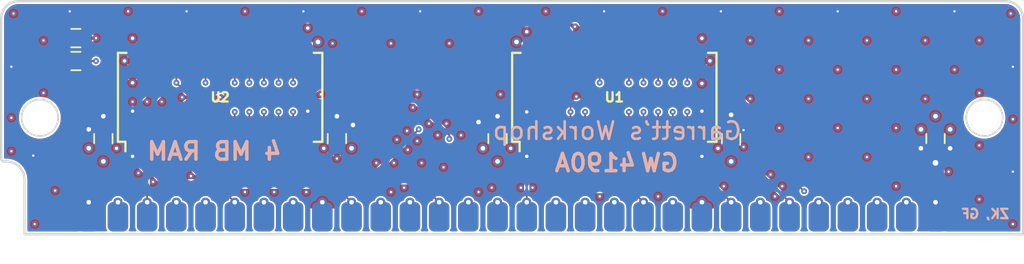
<source format=kicad_pcb>
(kicad_pcb (version 20171130) (host pcbnew "(5.1.10-1-10_14)")
  (title_block (title GW4190A) (date 2021-06-19) (rev 2.0-SOJ) (company "Garrett's Workshop"))
  (layers (0 F.Cu signal) (1 In1.Cu power) (2 In2.Cu signal) (31 B.Cu power) (34 B.Paste user) (35 F.Paste user) (36 B.SilkS user) (37 F.SilkS user) (38 B.Mask user) (39 F.Mask user) (44 Edge.Cuts user))
  (net 0 "")
  (net 1 +5V)
  (net 2 /D0)
  (net 3 /D1)
  (net 4 /~WE~)
  (net 5 /~RAS~)
  (net 6 /~CAS~)
  (net 7 /D2)
  (net 8 /D3)
  (net 9 GND)
  (net 10 /D4)
  (net 11 /D5)
  (net 12 /D6)
  (net 13 /A11)
  (net 14 /D7)
  (net 15 /QP)
  (net 16 /~CASP~)
  (net 17 /DP)
  (net 18 /1A0)
  (net 19 /1A1)
  (net 20 /1A2)
  (net 21 /1A3)
  (net 22 /1A4)
  (net 23 /1A5)
  (net 24 /1A6)
  (net 25 /1A7)
  (net 26 /1A8)
  (net 27 /1A10)
  (net 28 /1A9)
  (net 29 /~OE~)
  (module stdpads:SOJ-24-26_300mil (layer F.Cu) (at 129.54 89.662 90)
    (fp_text reference U1)
    (fp_text value 4C4M4)
    (fp_line (start -3.875 -8.89) (end -3.875 -8.24) (layer F.SilkS) (width 0.2))
    (fp_line (start 3.875 -8.89) (end 3.875 -8.145) (layer F.SilkS) (width 0.2))
    (fp_line (start 3.875 8.89) (end 3.875 8.145) (layer F.SilkS) (width 0.2))
    (fp_line (start -3.875 8.89) (end -3.875 8.145) (layer F.SilkS) (width 0.2))
    (fp_line (start -3.875 -8.89) (end 3.875 -8.89) (layer F.SilkS) (width 0.2))
    (fp_line (start -3.875 8.89) (end 3.875 8.89) (layer F.SilkS) (width 0.2))
    (fp_line (start -3.875 -8.24) (end -4.7 -8.24) (layer F.SilkS) (width 0.2))
    (fp_text user %R (at 0 0) (layer F.SilkS) (effects (font (size 0.8128 0.8128) (thickness 0.2032))))
    (pad 14 smd roundrect (at 3.175 7.62 90) (size 3.048 0.6) (layers F.Cu F.Paste F.Mask) (net 9 GND))
    (pad 26 smd roundrect (at 3.175 -7.62 90) (size 3.048 0.6) (layers F.Cu F.Paste F.Mask) (net 9 GND))
    (pad 25 smd roundrect (at 3.175 -6.35 90) (size 3.048 0.6) (layers F.Cu F.Paste F.Mask) (net 10 /D4))
    (pad 24 smd roundrect (at 3.175 -5.08 90) (size 3.048 0.6) (layers F.Cu F.Paste F.Mask) (net 12 /D6))
    (pad 23 smd roundrect (at 3.175 -3.81 90) (size 3.048 0.6) (layers F.Cu F.Paste F.Mask) (net 6 /~CAS~))
    (pad 22 smd roundrect (at 3.175 -2.54 90) (size 3.048 0.6) (layers F.Cu F.Paste F.Mask) (net 29 /~OE~))
    (pad 18 smd roundrect (at 3.175 2.54 90) (size 3.048 0.6) (layers F.Cu F.Paste F.Mask) (net 25 /1A7))
    (pad 17 smd roundrect (at 3.175 3.81 90) (size 3.048 0.6) (layers F.Cu F.Paste F.Mask) (net 24 /1A6))
    (pad 16 smd roundrect (at 3.175 5.08 90) (size 3.048 0.6) (layers F.Cu F.Paste F.Mask) (net 23 /1A5))
    (pad 15 smd roundrect (at 3.175 6.35 90) (size 3.048 0.6) (layers F.Cu F.Paste F.Mask) (net 22 /1A4))
    (pad 13 smd roundrect (at -3.175 7.62 90) (size 3.048 0.6) (layers F.Cu F.Paste F.Mask) (net 1 +5V))
    (pad 12 smd roundrect (at -3.175 6.35 90) (size 3.048 0.6) (layers F.Cu F.Paste F.Mask) (net 21 /1A3))
    (pad 11 smd roundrect (at -3.175 5.08 90) (size 3.048 0.6) (layers F.Cu F.Paste F.Mask) (net 20 /1A2))
    (pad 10 smd roundrect (at -3.175 3.81 90) (size 3.048 0.6) (layers F.Cu F.Paste F.Mask) (net 19 /1A1))
    (pad 9 smd roundrect (at -3.175 2.54 90) (size 3.048 0.6) (layers F.Cu F.Paste F.Mask) (net 18 /1A0))
    (pad 5 smd roundrect (at -3.175 -2.54 90) (size 3.048 0.6) (layers F.Cu F.Paste F.Mask) (net 5 /~RAS~))
    (pad 4 smd roundrect (at -3.175 -3.81 90) (size 3.048 0.6) (layers F.Cu F.Paste F.Mask) (net 4 /~WE~))
    (pad 3 smd roundrect (at -3.175 -5.08 90) (size 3.048 0.6) (layers F.Cu F.Paste F.Mask) (net 14 /D7))
    (pad 2 smd roundrect (at -3.175 -6.35 90) (size 3.048 0.6) (layers F.Cu F.Paste F.Mask) (net 11 /D5))
    (pad 1 smd roundrect (at -3.175 -7.62 90) (size 3.048 0.6) (layers F.Cu F.Paste F.Mask) (net 1 +5V))
    (pad 21 smd roundrect (at 3.175 -1.27 90) (size 3.048 0.6) (layers F.Cu F.Paste F.Mask) (net 28 /1A9))
    (pad 6 smd roundrect (at -3.175 -1.27 90) (size 3.048 0.6) (layers F.Cu F.Paste F.Mask))
    (pad 19 smd roundrect (at 3.175 1.27 90) (size 3.048 0.6) (layers F.Cu F.Paste F.Mask) (net 26 /1A8))
    (pad 8 smd roundrect (at -3.175 1.27 90) (size 3.048 0.6) (layers F.Cu F.Paste F.Mask) (net 27 /1A10))
  )
  (module stdpads:SOJ-24-26_300mil (layer F.Cu) (at 95.25 89.662 90)
    (fp_text reference U2)
    (fp_text value 4C4M4)
    (fp_line (start -3.875 -8.89) (end -3.875 -8.24) (layer F.SilkS) (width 0.2))
    (fp_line (start 3.875 -8.89) (end 3.875 -8.145) (layer F.SilkS) (width 0.2))
    (fp_line (start 3.875 8.89) (end 3.875 8.145) (layer F.SilkS) (width 0.2))
    (fp_line (start -3.875 8.89) (end -3.875 8.145) (layer F.SilkS) (width 0.2))
    (fp_line (start -3.875 -8.89) (end 3.875 -8.89) (layer F.SilkS) (width 0.2))
    (fp_line (start -3.875 8.89) (end 3.875 8.89) (layer F.SilkS) (width 0.2))
    (fp_line (start -3.875 -8.24) (end -4.7 -8.24) (layer F.SilkS) (width 0.2))
    (fp_text user %R (at 0 0) (layer F.SilkS) (effects (font (size 0.8128 0.8128) (thickness 0.2032))))
    (pad 14 smd roundrect (at 3.175 7.62 90) (size 3.048 0.6) (layers F.Cu F.Paste F.Mask) (net 9 GND))
    (pad 26 smd roundrect (at 3.175 -7.62 90) (size 3.048 0.6) (layers F.Cu F.Paste F.Mask) (net 9 GND))
    (pad 25 smd roundrect (at 3.175 -6.35 90) (size 3.048 0.6) (layers F.Cu F.Paste F.Mask) (net 2 /D0))
    (pad 24 smd roundrect (at 3.175 -5.08 90) (size 3.048 0.6) (layers F.Cu F.Paste F.Mask) (net 7 /D2))
    (pad 23 smd roundrect (at 3.175 -3.81 90) (size 3.048 0.6) (layers F.Cu F.Paste F.Mask) (net 6 /~CAS~))
    (pad 22 smd roundrect (at 3.175 -2.54 90) (size 3.048 0.6) (layers F.Cu F.Paste F.Mask) (net 29 /~OE~))
    (pad 18 smd roundrect (at 3.175 2.54 90) (size 3.048 0.6) (layers F.Cu F.Paste F.Mask) (net 24 /1A6))
    (pad 17 smd roundrect (at 3.175 3.81 90) (size 3.048 0.6) (layers F.Cu F.Paste F.Mask) (net 25 /1A7))
    (pad 16 smd roundrect (at 3.175 5.08 90) (size 3.048 0.6) (layers F.Cu F.Paste F.Mask) (net 26 /1A8))
    (pad 15 smd roundrect (at 3.175 6.35 90) (size 3.048 0.6) (layers F.Cu F.Paste F.Mask) (net 28 /1A9))
    (pad 13 smd roundrect (at -3.175 7.62 90) (size 3.048 0.6) (layers F.Cu F.Paste F.Mask) (net 1 +5V))
    (pad 12 smd roundrect (at -3.175 6.35 90) (size 3.048 0.6) (layers F.Cu F.Paste F.Mask) (net 27 /1A10))
    (pad 11 smd roundrect (at -3.175 5.08 90) (size 3.048 0.6) (layers F.Cu F.Paste F.Mask) (net 18 /1A0))
    (pad 10 smd roundrect (at -3.175 3.81 90) (size 3.048 0.6) (layers F.Cu F.Paste F.Mask) (net 19 /1A1))
    (pad 9 smd roundrect (at -3.175 2.54 90) (size 3.048 0.6) (layers F.Cu F.Paste F.Mask) (net 20 /1A2))
    (pad 5 smd roundrect (at -3.175 -2.54 90) (size 3.048 0.6) (layers F.Cu F.Paste F.Mask) (net 5 /~RAS~))
    (pad 4 smd roundrect (at -3.175 -3.81 90) (size 3.048 0.6) (layers F.Cu F.Paste F.Mask) (net 4 /~WE~))
    (pad 3 smd roundrect (at -3.175 -5.08 90) (size 3.048 0.6) (layers F.Cu F.Paste F.Mask) (net 8 /D3))
    (pad 2 smd roundrect (at -3.175 -6.35 90) (size 3.048 0.6) (layers F.Cu F.Paste F.Mask) (net 3 /D1))
    (pad 1 smd roundrect (at -3.175 -7.62 90) (size 3.048 0.6) (layers F.Cu F.Paste F.Mask) (net 1 +5V))
    (pad 21 smd roundrect (at 3.175 -1.27 90) (size 3.048 0.6) (layers F.Cu F.Paste F.Mask) (net 22 /1A4))
    (pad 6 smd roundrect (at -3.175 -1.27 90) (size 3.048 0.6) (layers F.Cu F.Paste F.Mask))
    (pad 19 smd roundrect (at 3.175 1.27 90) (size 3.048 0.6) (layers F.Cu F.Paste F.Mask) (net 23 /1A5))
    (pad 8 smd roundrect (at -3.175 1.27 90) (size 3.048 0.6) (layers F.Cu F.Paste F.Mask) (net 21 /1A3))
  )
  (module stdpads:C_0805 (layer F.Cu) (at 85.09 93.257 270)
    (fp_text reference C1)
    (fp_text value 2u2)
    (fp_line (start -0.4064 0.8) (end 0.4064 0.8) (layer F.SilkS) (width 0.1524))
    (fp_line (start -0.4064 -0.8) (end 0.4064 -0.8) (layer F.SilkS) (width 0.1524))
    (pad 2 smd roundrect (at 0.85 0 270) (size 1.05 1.4) (layers F.Cu F.Paste F.Mask) (net 9 GND))
    (pad 1 smd roundrect (at -0.85 0 270) (size 1.05 1.4) (layers F.Cu F.Paste F.Mask) (net 1 +5V))
  )
  (module stdpads:C_0805 (layer F.Cu) (at 105.41 93.257 270)
    (fp_text reference C2)
    (fp_text value 2u2)
    (fp_line (start -0.4064 0.8) (end 0.4064 0.8) (layer F.SilkS) (width 0.1524))
    (fp_line (start -0.4064 -0.8) (end 0.4064 -0.8) (layer F.SilkS) (width 0.1524))
    (pad 2 smd roundrect (at 0.85 0 270) (size 1.05 1.4) (layers F.Cu F.Paste F.Mask) (net 9 GND))
    (pad 1 smd roundrect (at -0.85 0 270) (size 1.05 1.4) (layers F.Cu F.Paste F.Mask) (net 1 +5V))
  )
  (module stdpads:C_0805 (layer F.Cu) (at 119.38 93.257 270)
    (fp_text reference C3)
    (fp_text value 2u2)
    (fp_line (start -0.4064 0.8) (end 0.4064 0.8) (layer F.SilkS) (width 0.1524))
    (fp_line (start -0.4064 -0.8) (end 0.4064 -0.8) (layer F.SilkS) (width 0.1524))
    (pad 2 smd roundrect (at 0.85 0 270) (size 1.05 1.4) (layers F.Cu F.Paste F.Mask) (net 9 GND))
    (pad 1 smd roundrect (at -0.85 0 270) (size 1.05 1.4) (layers F.Cu F.Paste F.Mask) (net 1 +5V))
  )
  (module stdpads:C_0805 (layer F.Cu) (at 157.48 93.257 90)
    (fp_text reference C5)
    (fp_text value 2u2)
    (fp_line (start -0.4064 0.8) (end 0.4064 0.8) (layer F.SilkS) (width 0.1524))
    (fp_line (start -0.4064 -0.8) (end 0.4064 -0.8) (layer F.SilkS) (width 0.1524))
    (pad 2 smd roundrect (at 0.85 0 90) (size 1.05 1.4) (layers F.Cu F.Paste F.Mask) (net 9 GND))
    (pad 1 smd roundrect (at -0.85 0 90) (size 1.05 1.4) (layers F.Cu F.Paste F.Mask) (net 1 +5V))
  )
  (module stdpads:C_0805 (layer F.Cu) (at 139.7 93.257 270)
    (fp_text reference C4)
    (fp_text value 2u2)
    (fp_line (start -0.4064 0.8) (end 0.4064 0.8) (layer F.SilkS) (width 0.1524))
    (fp_line (start -0.4064 -0.8) (end 0.4064 -0.8) (layer F.SilkS) (width 0.1524))
    (pad 2 smd roundrect (at 0.85 0 270) (size 1.05 1.4) (layers F.Cu F.Paste F.Mask) (net 9 GND))
    (pad 1 smd roundrect (at -0.85 0 270) (size 1.05 1.4) (layers F.Cu F.Paste F.Mask) (net 1 +5V))
  )
  (module stdpads:SIMM-30_Edge (layer F.Cu) (at 120.65 99.822)
    (fp_text reference J1)
    (fp_text value DRAM-SIMM-30)
    (pad 1 smd roundrect (at -36.83 0.254) (size 1.778 2.54) (layers B.Cu B.Mask) (net 1 +5V))
    (pad 1 smd roundrect (at -36.83 0.254) (size 1.778 2.54) (layers F.Cu F.Mask) (net 1 +5V))
    (pad 2 smd roundrect (at -34.29 0.254) (size 1.778 2.54) (layers B.Cu B.Mask) (net 6 /~CAS~))
    (pad 3 smd roundrect (at -31.75 0.254) (size 1.778 2.54) (layers B.Cu B.Mask) (net 2 /D0))
    (pad 4 smd roundrect (at -29.21 0.254) (size 1.778 2.54) (layers B.Cu B.Mask) (net 22 /1A4))
    (pad 5 smd roundrect (at -26.67 0.254) (size 1.778 2.54) (layers B.Cu B.Mask) (net 21 /1A3))
    (pad 6 smd roundrect (at -24.13 0.254) (size 1.778 2.54) (layers B.Cu B.Mask) (net 3 /D1))
    (pad 7 smd roundrect (at -21.59 0.254) (size 1.778 2.54) (layers B.Cu B.Mask) (net 23 /1A5))
    (pad 8 smd roundrect (at -19.05 0.254) (size 1.778 2.54) (layers B.Cu B.Mask) (net 20 /1A2))
    (pad 9 smd roundrect (at -16.51 0.254) (size 1.778 2.54) (layers B.Cu B.Mask) (net 9 GND))
    (pad 10 smd roundrect (at -13.97 0.254) (size 1.778 2.54) (layers B.Cu B.Mask) (net 7 /D2))
    (pad 11 smd roundrect (at -11.43 0.254) (size 1.778 2.54) (layers B.Cu B.Mask) (net 24 /1A6))
    (pad 12 smd roundrect (at -8.89 0.254) (size 1.778 2.54) (layers B.Cu B.Mask) (net 19 /1A1))
    (pad 13 smd roundrect (at -6.35 0.254) (size 1.778 2.54) (layers B.Cu B.Mask) (net 8 /D3))
    (pad 14 smd roundrect (at -3.81 0.254) (size 1.778 2.54) (layers B.Cu B.Mask) (net 25 /1A7))
    (pad 15 smd roundrect (at -1.27 0.254) (size 1.778 2.54) (layers B.Cu B.Mask) (net 18 /1A0))
    (pad 16 smd roundrect (at 1.27 0.254) (size 1.778 2.54) (layers B.Cu B.Mask) (net 10 /D4))
    (pad 17 smd roundrect (at 3.81 0.254) (size 1.778 2.54) (layers B.Cu B.Mask) (net 26 /1A8))
    (pad 18 smd roundrect (at 6.35 0.254) (size 1.778 2.54) (layers B.Cu B.Mask) (net 27 /1A10))
    (pad 19 smd roundrect (at 8.89 0.254) (size 1.778 2.54) (layers B.Cu B.Mask) (net 28 /1A9))
    (pad 20 smd roundrect (at 11.43 0.254) (size 1.778 2.54) (layers B.Cu B.Mask) (net 11 /D5))
    (pad 21 smd roundrect (at 13.97 0.254) (size 1.778 2.54) (layers B.Cu B.Mask) (net 4 /~WE~))
    (pad 22 smd roundrect (at 16.51 0.254) (size 1.778 2.54) (layers B.Cu B.Mask) (net 9 GND))
    (pad 23 smd roundrect (at 19.05 0.254) (size 1.778 2.54) (layers B.Cu B.Mask) (net 12 /D6))
    (pad 24 smd roundrect (at 21.59 0.254) (size 1.778 2.54) (layers B.Cu B.Mask) (net 13 /A11))
    (pad 25 smd roundrect (at 24.13 0.254) (size 1.778 2.54) (layers B.Cu B.Mask) (net 14 /D7))
    (pad 26 smd roundrect (at 26.67 0.254) (size 1.778 2.54) (layers B.Cu B.Mask) (net 15 /QP))
    (pad 27 smd roundrect (at 29.21 0.254) (size 1.778 2.54) (layers B.Cu B.Mask) (net 5 /~RAS~))
    (pad 28 smd roundrect (at 31.75 0.254) (size 1.778 2.54) (layers B.Cu B.Mask) (net 16 /~CASP~))
    (pad 29 smd roundrect (at 34.29 0.254) (size 1.778 2.54) (layers B.Cu B.Mask) (net 17 /DP))
    (pad 30 smd roundrect (at 36.83 0.254) (size 1.778 2.54) (layers B.Cu B.Mask) (net 1 +5V))
    (pad 2 smd roundrect (at -34.29 0.254) (size 1.778 2.54) (layers F.Cu F.Mask) (net 6 /~CAS~))
    (pad 3 thru_hole circle (at -31.75 -1.016) (size 0.8 0.8) (drill 0.4) (layers *.Cu *.Mask) (net 2 /D0))
    (pad 11 smd roundrect (at -11.43 0.254) (size 1.778 2.54) (layers F.Cu F.Mask) (net 24 /1A6))
    (pad 5 smd roundrect (at -26.67 0.254) (size 1.778 2.54) (layers F.Cu F.Mask) (net 21 /1A3))
    (pad 12 smd roundrect (at -8.89 0.254) (size 1.778 2.54) (layers F.Cu F.Mask) (net 19 /1A1))
    (pad 26 smd roundrect (at 26.67 0.254) (size 1.778 2.54) (layers F.Cu F.Mask) (net 15 /QP))
    (pad 13 smd roundrect (at -6.35 0.254) (size 1.778 2.54) (layers F.Cu F.Mask) (net 8 /D3))
    (pad 14 smd roundrect (at -3.81 0.254) (size 1.778 2.54) (layers F.Cu F.Mask) (net 25 /1A7))
    (pad 4 smd roundrect (at -29.21 0.254) (size 1.778 2.54) (layers F.Cu F.Mask) (net 22 /1A4))
    (pad 29 smd roundrect (at 34.29 0.254) (size 1.778 2.54) (layers F.Cu F.Mask) (net 17 /DP))
    (pad 3 smd roundrect (at -31.75 0.254) (size 1.778 2.54) (layers F.Cu F.Mask) (net 2 /D0))
    (pad 24 smd roundrect (at 21.59 0.254) (size 1.778 2.54) (layers F.Cu F.Mask) (net 13 /A11))
    (pad 16 smd roundrect (at 1.27 0.254) (size 1.778 2.54) (layers F.Cu F.Mask) (net 10 /D4))
    (pad 20 smd roundrect (at 11.43 0.254) (size 1.778 2.54) (layers F.Cu F.Mask) (net 11 /D5))
    (pad 23 smd roundrect (at 19.05 0.254) (size 1.778 2.54) (layers F.Cu F.Mask) (net 12 /D6))
    (pad 9 smd roundrect (at -16.51 0.254) (size 1.778 2.54) (layers F.Cu F.Mask) (net 9 GND))
    (pad 18 smd roundrect (at 6.35 0.254) (size 1.778 2.54) (layers F.Cu F.Mask) (net 27 /1A10))
    (pad 21 smd roundrect (at 13.97 0.254) (size 1.778 2.54) (layers F.Cu F.Mask) (net 4 /~WE~))
    (pad 19 smd roundrect (at 8.89 0.254) (size 1.778 2.54) (layers F.Cu F.Mask) (net 28 /1A9))
    (pad 10 smd roundrect (at -13.97 0.254) (size 1.778 2.54) (layers F.Cu F.Mask) (net 7 /D2))
    (pad 22 smd roundrect (at 16.51 0.254) (size 1.778 2.54) (layers F.Cu F.Mask) (net 9 GND))
    (pad 6 smd roundrect (at -24.13 0.254) (size 1.778 2.54) (layers F.Cu F.Mask) (net 3 /D1))
    (pad 17 smd roundrect (at 3.81 0.254) (size 1.778 2.54) (layers F.Cu F.Mask) (net 26 /1A8))
    (pad 7 smd roundrect (at -21.59 0.254) (size 1.778 2.54) (layers F.Cu F.Mask) (net 23 /1A5))
    (pad 8 smd roundrect (at -19.05 0.254) (size 1.778 2.54) (layers F.Cu F.Mask) (net 20 /1A2))
    (pad 27 smd roundrect (at 29.21 0.254) (size 1.778 2.54) (layers F.Cu F.Mask) (net 5 /~RAS~))
    (pad 28 smd roundrect (at 31.75 0.254) (size 1.778 2.54) (layers F.Cu F.Mask) (net 16 /~CASP~))
    (pad 30 smd roundrect (at 36.83 0.254) (size 1.778 2.54) (layers F.Cu F.Mask) (net 1 +5V))
    (pad 15 smd roundrect (at -1.27 0.254) (size 1.778 2.54) (layers F.Cu F.Mask) (net 18 /1A0))
    (pad 25 smd roundrect (at 24.13 0.254) (size 1.778 2.54) (layers F.Cu F.Mask) (net 14 /D7))
    (pad 2 thru_hole circle (at -34.29 -1.016) (size 0.8 0.8) (drill 0.4) (layers *.Cu *.Mask) (net 6 /~CAS~))
    (pad 1 thru_hole circle (at -36.83 -1.016) (size 0.8 0.8) (drill 0.4) (layers *.Cu *.Mask) (net 1 +5V))
    (pad 5 thru_hole circle (at -26.67 -1.016) (size 0.8 0.8) (drill 0.4) (layers *.Cu *.Mask) (net 21 /1A3))
    (pad 4 thru_hole circle (at -29.21 -1.016) (size 0.8 0.8) (drill 0.4) (layers *.Cu *.Mask) (net 22 /1A4))
    (pad 6 thru_hole circle (at -24.13 -1.016) (size 0.8 0.8) (drill 0.4) (layers *.Cu *.Mask) (net 3 /D1))
    (pad 7 thru_hole circle (at -21.59 -1.016) (size 0.8 0.8) (drill 0.4) (layers *.Cu *.Mask) (net 23 /1A5))
    (pad 9 thru_hole circle (at -16.51 -1.016) (size 0.8 0.8) (drill 0.4) (layers *.Cu *.Mask) (net 9 GND))
    (pad 8 thru_hole circle (at -19.05 -1.016) (size 0.8 0.8) (drill 0.4) (layers *.Cu *.Mask) (net 20 /1A2))
    (pad 11 thru_hole circle (at -11.43 -1.016) (size 0.8 0.8) (drill 0.4) (layers *.Cu *.Mask) (net 24 /1A6))
    (pad 10 thru_hole circle (at -13.97 -1.016) (size 0.8 0.8) (drill 0.4) (layers *.Cu *.Mask) (net 7 /D2))
    (pad 12 thru_hole circle (at -8.89 -1.016) (size 0.8 0.8) (drill 0.4) (layers *.Cu *.Mask) (net 19 /1A1))
    (pad 14 thru_hole circle (at -3.81 -1.016) (size 0.8 0.8) (drill 0.4) (layers *.Cu *.Mask) (net 25 /1A7))
    (pad 13 thru_hole circle (at -6.35 -1.016) (size 0.8 0.8) (drill 0.4) (layers *.Cu *.Mask) (net 8 /D3))
    (pad 15 thru_hole circle (at -1.27 -1.016) (size 0.8 0.8) (drill 0.4) (layers *.Cu *.Mask) (net 18 /1A0))
    (pad 17 thru_hole circle (at 3.81 -1.016) (size 0.8 0.8) (drill 0.4) (layers *.Cu *.Mask) (net 26 /1A8))
    (pad 16 thru_hole circle (at 1.27 -1.016) (size 0.8 0.8) (drill 0.4) (layers *.Cu *.Mask) (net 10 /D4))
    (pad 18 thru_hole circle (at 6.35 -1.016) (size 0.8 0.8) (drill 0.4) (layers *.Cu *.Mask) (net 27 /1A10))
    (pad 27 thru_hole circle (at 29.21 -1.016) (size 0.8 0.8) (drill 0.4) (layers *.Cu *.Mask) (net 5 /~RAS~))
    (pad 26 thru_hole circle (at 26.67 -1.016) (size 0.8 0.8) (drill 0.4) (layers *.Cu *.Mask) (net 15 /QP))
    (pad 28 thru_hole circle (at 31.75 -1.016) (size 0.8 0.8) (drill 0.4) (layers *.Cu *.Mask) (net 16 /~CASP~))
    (pad 21 thru_hole circle (at 13.97 -1.016) (size 0.8 0.8) (drill 0.4) (layers *.Cu *.Mask) (net 4 /~WE~))
    (pad 20 thru_hole circle (at 11.43 -1.016) (size 0.8 0.8) (drill 0.4) (layers *.Cu *.Mask) (net 11 /D5))
    (pad 22 thru_hole circle (at 16.51 -1.016) (size 0.8 0.8) (drill 0.4) (layers *.Cu *.Mask) (net 9 GND))
    (pad 24 thru_hole circle (at 21.59 -1.016) (size 0.8 0.8) (drill 0.4) (layers *.Cu *.Mask) (net 13 /A11))
    (pad 23 thru_hole circle (at 19.05 -1.016) (size 0.8 0.8) (drill 0.4) (layers *.Cu *.Mask) (net 12 /D6))
    (pad 25 thru_hole circle (at 24.13 -1.016) (size 0.8 0.8) (drill 0.4) (layers *.Cu *.Mask) (net 14 /D7))
    (pad 19 thru_hole circle (at 8.89 -1.016) (size 0.8 0.8) (drill 0.4) (layers *.Cu *.Mask) (net 28 /1A9))
    (pad 29 thru_hole circle (at 34.29 -1.016) (size 0.8 0.8) (drill 0.4) (layers *.Cu *.Mask) (net 17 /DP))
    (pad 30 thru_hole circle (at 36.83 -1.016) (size 0.8 0.8) (drill 0.4) (layers *.Cu *.Mask) (net 1 +5V))
  )
  (module stdpads:R_0805 (layer F.Cu) (at 82.7 86.5 180)
    (fp_text reference R1)
    (fp_text value EDO)
    (fp_line (start -0.4064 0.8) (end 0.4064 0.8) (layer F.SilkS) (width 0.1524))
    (fp_line (start -0.4064 -0.8) (end 0.4064 -0.8) (layer F.SilkS) (width 0.1524))
    (pad 2 smd roundrect (at 0.95 0 180) (size 0.85 1.4) (layers F.Cu F.Paste F.Mask) (net 29 /~OE~))
    (pad 1 smd roundrect (at -0.95 0 180) (size 0.85 1.4) (layers F.Cu F.Paste F.Mask) (net 6 /~CAS~))
  )
  (module stdpads:R_0805 (layer F.Cu) (at 82.7 84.5)
    (fp_text reference R2)
    (fp_text value FPM)
    (fp_line (start -0.4064 -0.8) (end 0.4064 -0.8) (layer F.SilkS) (width 0.1524))
    (fp_line (start -0.4064 0.8) (end 0.4064 0.8) (layer F.SilkS) (width 0.1524))
    (pad 1 smd roundrect (at -0.95 0) (size 0.85 1.4) (layers F.Cu F.Paste F.Mask) (net 29 /~OE~))
    (pad 2 smd roundrect (at 0.95 0) (size 0.85 1.4) (layers F.Cu F.Paste F.Mask) (net 9 GND))
  )
  (gr_text "ZK, GF" (at 161.798 99.822) (layer B.SilkS) (effects (font (size 0.8128 0.8128) (thickness 0.2032)) (justify mirror)))
  (gr_text "Garrett’s Workshop" (at 129.794 92.583) (layer B.SilkS) (effects (font (size 1.524 1.524) (thickness 0.225)) (justify mirror)))
  (gr_arc (start 76.454 94.996) (end 76.2 94.996) (angle -90) (layer Edge.Cuts) (width 0.2))
  (gr_arc (start 77.724 82.804) (end 77.724 81.28) (angle -90) (layer Edge.Cuts) (width 0.2))
  (gr_arc (start 163.576 82.804) (end 165.1 82.804) (angle -90) (layer Edge.Cuts) (width 0.2))
  (gr_text 4190A (at 127.889 95.377) (layer B.SilkS) (effects (font (size 1.5 1.5) (thickness 0.3)) (justify mirror)))
  (gr_text GW (at 133.477 95.377) (layer B.SilkS) (effects (font (size 1.5 1.5) (thickness 0.3)) (justify mirror)))
  (gr_text "4 MB RAM" (at 94.742 94.361) (layer B.SilkS) (effects (font (size 1.524 1.524) (thickness 0.3)) (justify mirror)))
  (gr_line (start 76.6445 95.25) (end 76.454 95.25) (layer Edge.Cuts) (width 0.2))
  (gr_line (start 78.232 101.6) (end 78.232 96.8375) (layer Edge.Cuts) (width 0.2))
  (gr_circle (center 79.5655 91.44) (end 77.978 91.44) (layer Edge.Cuts) (width 0.15))
  (gr_circle (center 161.7345 91.44) (end 163.322 91.44) (layer Edge.Cuts) (width 0.15))
  (gr_line (start 76.2 94.996) (end 76.2 82.804) (layer Edge.Cuts) (width 0.2))
  (gr_arc (start 76.6445 96.8375) (end 78.232 96.8375) (angle -90) (layer Edge.Cuts) (width 0.2))
  (gr_line (start 165.1 82.804) (end 165.1 101.6) (layer Edge.Cuts) (width 0.2))
  (gr_line (start 77.724 81.28) (end 163.576 81.28) (layer Edge.Cuts) (width 0.2))
  (gr_line (start 165.1 101.6) (end 78.232 101.6) (layer Edge.Cuts) (width 0.2))
  (segment (start 121.915 94.107) (end 121.92 94.112) (width 0.508) (layer F.Cu) (net 1))
  (segment (start 157.48 98.806) (end 157.48 95.377) (width 1.27) (layer F.Cu) (net 1))
  (segment (start 157.48 95.377) (end 157.48 94.107) (width 0.762) (layer F.Cu) (net 1))
  (via (at 156.21 94.107) (size 0.8) (drill 0.4) (layers F.Cu B.Cu) (net 1))
  (segment (start 157.48 94.107) (end 156.21 94.107) (width 0.8) (layer F.Cu) (net 1))
  (via (at 158.75 94.107) (size 0.8) (drill 0.4) (layers F.Cu B.Cu) (net 1))
  (segment (start 157.48 94.107) (end 158.75 94.107) (width 0.8) (layer F.Cu) (net 1))
  (via (at 157.48 95.377) (size 1) (drill 0.5) (layers F.Cu B.Cu) (net 1))
  (via (at 121.92 90.932) (size 0.6) (drill 0.3) (layers F.Cu B.Cu) (net 1))
  (segment (start 121.92 94.112) (end 121.92 90.932) (width 0.6) (layer F.Cu) (net 1))
  (via (at 159.131 82.169) (size 0.508) (drill 0.2) (layers F.Cu B.Cu) (net 1))
  (via (at 148.971 82.169) (size 0.508) (drill 0.2) (layers F.Cu B.Cu) (net 1))
  (via (at 92.329 82.169) (size 0.508) (drill 0.2) (layers F.Cu B.Cu) (net 1))
  (via (at 102.489 82.169) (size 0.508) (drill 0.2) (layers F.Cu B.Cu) (net 1))
  (via (at 138.811 82.169) (size 0.508) (drill 0.2) (layers F.Cu B.Cu) (net 1))
  (via (at 128.651 82.169) (size 0.508) (drill 0.2) (layers F.Cu B.Cu) (net 1))
  (via (at 112.649 82.169) (size 0.508) (drill 0.2) (layers F.Cu B.Cu) (net 1))
  (via (at 82.169 82.169) (size 0.508) (drill 0.2) (layers F.Cu B.Cu) (net 1))
  (via (at 77.089 86.995) (size 0.508) (drill 0.2) (layers F.Cu B.Cu) (net 1))
  (via (at 164.211 86.995) (size 0.508) (drill 0.2) (layers F.Cu B.Cu) (net 1))
  (via (at 164.211 96.139) (size 0.508) (drill 0.2) (layers F.Cu B.Cu) (net 1))
  (via (at 78.994 94.742) (size 0.508) (drill 0.2) (layers F.Cu B.Cu) (net 1))
  (via (at 137.16 90.8685) (size 0.6) (drill 0.3) (layers F.Cu B.Cu) (net 1))
  (segment (start 137.16 92.837) (end 137.16 90.8685) (width 0.6) (layer F.Cu) (net 1))
  (via (at 137.16 94.8055) (size 0.6) (drill 0.3) (layers F.Cu B.Cu) (net 1))
  (segment (start 137.16 92.837) (end 137.16 94.8055) (width 0.6) (layer F.Cu) (net 1))
  (via (at 83.82 92.456) (size 0.8) (drill 0.4) (layers F.Cu B.Cu) (net 1))
  (segment (start 83.869 92.407) (end 83.82 92.456) (width 0.762) (layer F.Cu) (net 1))
  (segment (start 85.09 92.407) (end 83.869 92.407) (width 0.762) (layer F.Cu) (net 1))
  (via (at 85.09 91.313) (size 0.8) (drill 0.4) (layers F.Cu B.Cu) (net 1))
  (segment (start 85.09 92.407) (end 85.09 91.313) (width 0.762) (layer F.Cu) (net 1))
  (via (at 105.41 91.313) (size 0.8) (drill 0.4) (layers F.Cu B.Cu) (net 1))
  (segment (start 105.41 92.407) (end 105.41 91.313) (width 0.762) (layer F.Cu) (net 1))
  (via (at 119.38 91.313) (size 0.8) (drill 0.4) (layers F.Cu B.Cu) (net 1))
  (segment (start 119.38 92.407) (end 119.38 91.313) (width 0.762) (layer F.Cu) (net 1))
  (via (at 117.729 91.821) (size 0.8) (drill 0.4) (layers F.Cu B.Cu) (net 1))
  (segment (start 118.315 92.407) (end 117.729 91.821) (width 0.762) (layer F.Cu) (net 1))
  (segment (start 119.38 92.407) (end 118.315 92.407) (width 0.762) (layer F.Cu) (net 1))
  (via (at 106.807 92.075) (size 0.8) (drill 0.4) (layers F.Cu B.Cu) (net 1))
  (segment (start 106.475 92.407) (end 106.807 92.075) (width 0.762) (layer F.Cu) (net 1))
  (segment (start 105.41 92.407) (end 106.475 92.407) (width 0.762) (layer F.Cu) (net 1))
  (via (at 139.7 91.186) (size 0.8) (drill 0.4) (layers F.Cu B.Cu) (net 1))
  (segment (start 139.7 92.407) (end 139.7 91.186) (width 0.762) (layer F.Cu) (net 1))
  (via (at 140.7795 92.5195) (size 0.508) (drill 0.2) (layers F.Cu B.Cu) (net 1))
  (segment (start 140.667 92.407) (end 140.7795 92.5195) (width 0.508) (layer F.Cu) (net 1))
  (segment (start 139.7 92.407) (end 140.667 92.407) (width 0.508) (layer F.Cu) (net 1))
  (segment (start 139.7 92.407) (end 138.479 92.407) (width 0.6) (layer F.Cu) (net 1))
  (segment (start 138.049 92.837) (end 137.16 92.837) (width 0.6) (layer F.Cu) (net 1))
  (segment (start 138.479 92.407) (end 138.049 92.837) (width 0.6) (layer F.Cu) (net 1))
  (via (at 121.92 94.8055) (size 0.6) (drill 0.3) (layers F.Cu B.Cu) (net 1))
  (segment (start 121.92 92.837) (end 121.92 94.8055) (width 0.6) (layer F.Cu) (net 1))
  (segment (start 119.38 92.407) (end 120.601 92.407) (width 0.6) (layer F.Cu) (net 1))
  (segment (start 121.031 92.837) (end 121.92 92.837) (width 0.6) (layer F.Cu) (net 1))
  (segment (start 120.601 92.407) (end 121.031 92.837) (width 0.6) (layer F.Cu) (net 1))
  (segment (start 85.09 92.407) (end 86.311 92.407) (width 0.6) (layer F.Cu) (net 1))
  (segment (start 86.741 92.837) (end 87.63 92.837) (width 0.6) (layer F.Cu) (net 1))
  (segment (start 86.311 92.407) (end 86.741 92.837) (width 0.6) (layer F.Cu) (net 1))
  (via (at 87.63 94.8055) (size 0.6) (drill 0.3) (layers F.Cu B.Cu) (net 1))
  (segment (start 87.63 92.837) (end 87.63 94.8055) (width 0.6) (layer F.Cu) (net 1))
  (via (at 87.63 90.8685) (size 0.6) (drill 0.3) (layers F.Cu B.Cu) (net 1))
  (segment (start 87.63 92.837) (end 87.63 90.8685) (width 0.6) (layer F.Cu) (net 1))
  (segment (start 105.41 92.407) (end 104.189 92.407) (width 0.6) (layer F.Cu) (net 1))
  (segment (start 103.759 92.837) (end 102.87 92.837) (width 0.6) (layer F.Cu) (net 1))
  (segment (start 104.189 92.407) (end 103.759 92.837) (width 0.6) (layer F.Cu) (net 1))
  (via (at 102.87 90.8685) (size 0.6) (drill 0.3) (layers F.Cu B.Cu) (net 1))
  (segment (start 102.87 92.837) (end 102.87 90.8685) (width 0.6) (layer F.Cu) (net 1))
  (segment (start 88.9 89.281) (end 88.9 85.962) (width 0.1524) (layer F.Cu) (net 2))
  (segment (start 88.265 89.916) (end 88.9 89.281) (width 0.1524) (layer F.Cu) (net 2))
  (segment (start 88.9 98.806) (end 88.9 96.266) (width 0.1524) (layer F.Cu) (net 2))
  (segment (start 88.265 95.631) (end 88.265 89.916) (width 0.1524) (layer F.Cu) (net 2))
  (segment (start 88.9 96.266) (end 88.265 95.631) (width 0.1524) (layer F.Cu) (net 2))
  (segment (start 88.9 95.758) (end 88.9 94.112) (width 0.1524) (layer F.Cu) (net 3))
  (segment (start 95.504 97.79) (end 90.932 97.79) (width 0.1524) (layer F.Cu) (net 3))
  (segment (start 96.52 98.806) (end 95.504 97.79) (width 0.1524) (layer F.Cu) (net 3))
  (segment (start 90.932 97.79) (end 88.9 95.758) (width 0.1524) (layer F.Cu) (net 3))
  (via (at 146.05 97.8535) (size 0.508) (drill 0.2) (layers F.Cu B.Cu) (net 4))
  (segment (start 125.73 94.112) (end 125.73 90.932) (width 0.1524) (layer F.Cu) (net 4))
  (via (at 125.73 90.932) (size 0.508) (drill 0.2) (layers F.Cu B.Cu) (net 4))
  (via (at 115.189 93.2815) (size 0.508) (drill 0.2) (layers F.Cu B.Cu) (net 4))
  (segment (start 91.44 90.932) (end 91.44 94.112) (width 0.1524) (layer F.Cu) (net 4))
  (segment (start 92.329 90.043) (end 91.44 90.932) (width 0.1524) (layer F.Cu) (net 4))
  (segment (start 95.504 90.17) (end 94.996 90.17) (width 0.1524) (layer F.Cu) (net 4))
  (segment (start 94.869 90.043) (end 92.329 90.043) (width 0.1524) (layer F.Cu) (net 4))
  (segment (start 94.996 90.17) (end 94.869 90.043) (width 0.1524) (layer F.Cu) (net 4))
  (segment (start 112.2045 89.9795) (end 95.6945 89.9795) (width 0.1524) (layer F.Cu) (net 4))
  (segment (start 115.189 92.964) (end 112.2045 89.9795) (width 0.1524) (layer F.Cu) (net 4))
  (segment (start 95.6945 89.9795) (end 95.504 90.17) (width 0.1524) (layer F.Cu) (net 4))
  (segment (start 115.189 93.2815) (end 115.189 92.964) (width 0.1524) (layer F.Cu) (net 4))
  (segment (start 125.73 90.47) (end 125.73 90.932) (width 0.1524) (layer F.Cu) (net 4))
  (segment (start 126.4285 90.1065) (end 126.0935 90.1065) (width 0.1524) (layer F.Cu) (net 4))
  (segment (start 126.535 90) (end 126.4285 90.1065) (width 0.1524) (layer F.Cu) (net 4))
  (segment (start 126.0935 90.1065) (end 125.73 90.47) (width 0.1524) (layer F.Cu) (net 4))
  (segment (start 143.05 92.25) (end 140.8 90) (width 0.1524) (layer F.Cu) (net 4))
  (segment (start 143.05 94.8535) (end 143.05 92.25) (width 0.1524) (layer F.Cu) (net 4))
  (segment (start 140.8 90) (end 126.535 90) (width 0.1524) (layer F.Cu) (net 4))
  (segment (start 146.05 97.8535) (end 143.05 94.8535) (width 0.1524) (layer F.Cu) (net 4))
  (via (at 127 90.932) (size 0.508) (drill 0.2) (layers F.Cu B.Cu) (net 5))
  (segment (start 127 94.112) (end 127 90.932) (width 0.1524) (layer F.Cu) (net 5))
  (via (at 112.522 92.456) (size 0.508) (drill 0.2) (layers F.Cu B.Cu) (net 5))
  (segment (start 92.71 95.758) (end 92.71 93.362) (width 0.1524) (layer F.Cu) (net 5))
  (segment (start 93.345 96.393) (end 92.71 95.758) (width 0.1524) (layer F.Cu) (net 5))
  (segment (start 108.585 96.393) (end 93.345 96.393) (width 0.1524) (layer F.Cu) (net 5))
  (segment (start 112.522 92.456) (end 108.585 96.393) (width 0.1524) (layer F.Cu) (net 5))
  (segment (start 91.44 88.392) (end 91.44 85.212) (width 0.1524) (layer F.Cu) (net 6))
  (via (at 91.44 88.392) (size 0.508) (drill 0.2) (layers F.Cu B.Cu) (net 6))
  (via (at 84.45 86.5) (size 0.508) (drill 0.2) (layers F.Cu B.Cu) (net 6))
  (segment (start 84.45 86.5) (end 83.65 86.5) (width 0.1524) (layer F.Cu) (net 6))
  (segment (start 92.329 89.281) (end 91.44 88.392) (width 0.1524) (layer F.Cu) (net 6))
  (segment (start 94.869 89.281) (end 92.329 89.281) (width 0.1524) (layer F.Cu) (net 6))
  (segment (start 95.504 89.154) (end 94.996 89.154) (width 0.1524) (layer F.Cu) (net 6))
  (segment (start 94.996 89.154) (end 94.869 89.281) (width 0.1524) (layer F.Cu) (net 6))
  (segment (start 95.631 89.281) (end 95.504 89.154) (width 0.1524) (layer F.Cu) (net 6))
  (segment (start 103.759 88.8365) (end 103.3145 89.281) (width 0.1524) (layer F.Cu) (net 6))
  (segment (start 125.222 83.312) (end 120.015 83.312) (width 0.1524) (layer F.Cu) (net 6))
  (segment (start 125.73 85.212) (end 125.73 83.82) (width 0.1524) (layer F.Cu) (net 6))
  (segment (start 125.73 83.82) (end 125.222 83.312) (width 0.1524) (layer F.Cu) (net 6))
  (segment (start 103.3145 89.281) (end 95.631 89.281) (width 0.1524) (layer F.Cu) (net 6))
  (segment (start 114.4905 88.8365) (end 103.759 88.8365) (width 0.1524) (layer F.Cu) (net 6))
  (segment (start 120.015 83.312) (end 114.4905 88.8365) (width 0.1524) (layer F.Cu) (net 6))
  (segment (start 105.283 97.409) (end 106.68 98.806) (width 0.1524) (layer F.Cu) (net 7))
  (segment (start 89.535 89.916) (end 89.535 95.758) (width 0.1524) (layer F.Cu) (net 7))
  (segment (start 91.186 97.409) (end 105.283 97.409) (width 0.1524) (layer F.Cu) (net 7))
  (segment (start 89.535 95.758) (end 91.186 97.409) (width 0.1524) (layer F.Cu) (net 7))
  (segment (start 90.17 89.281) (end 89.535 89.916) (width 0.1524) (layer F.Cu) (net 7))
  (segment (start 90.17 85.212) (end 90.17 89.281) (width 0.1524) (layer F.Cu) (net 7))
  (segment (start 112.522 97.028) (end 114.3 98.806) (width 0.1524) (layer F.Cu) (net 8))
  (segment (start 91.44 97.028) (end 112.522 97.028) (width 0.1524) (layer F.Cu) (net 8))
  (segment (start 90.17 94.112) (end 90.17 95.758) (width 0.1524) (layer F.Cu) (net 8))
  (segment (start 90.17 95.758) (end 91.44 97.028) (width 0.1524) (layer F.Cu) (net 8))
  (via (at 83.82 94.107) (size 0.8) (drill 0.4) (layers F.Cu B.Cu) (net 9))
  (segment (start 85.09 94.107) (end 83.82 94.107) (width 0.762) (layer F.Cu) (net 9))
  (via (at 85.09 95.25) (size 0.8) (drill 0.4) (layers F.Cu B.Cu) (net 9))
  (segment (start 85.09 94.107) (end 85.09 95.25) (width 0.762) (layer F.Cu) (net 9))
  (via (at 106.68 94.107) (size 0.8) (drill 0.4) (layers F.Cu B.Cu) (net 9))
  (segment (start 105.41 94.107) (end 106.68 94.107) (width 0.762) (layer F.Cu) (net 9))
  (via (at 118.11 94.107) (size 0.8) (drill 0.4) (layers F.Cu B.Cu) (net 9))
  (segment (start 119.38 94.107) (end 118.11 94.107) (width 0.762) (layer F.Cu) (net 9))
  (via (at 119.38 95.25) (size 0.8) (drill 0.4) (layers F.Cu B.Cu) (net 9))
  (segment (start 119.38 94.107) (end 119.38 95.25) (width 0.762) (layer F.Cu) (net 9))
  (via (at 105.41 94.996) (size 0.508) (drill 0.2) (layers F.Cu B.Cu) (net 9))
  (segment (start 105.41 94.107) (end 105.41 94.996) (width 0.508) (layer F.Cu) (net 9))
  (via (at 139.7 95.25) (size 0.8) (drill 0.4) (layers F.Cu B.Cu) (net 9))
  (segment (start 139.7 94.107) (end 139.7 95.25) (width 0.762) (layer F.Cu) (net 9))
  (via (at 140.7795 93.98) (size 0.508) (drill 0.2) (layers F.Cu B.Cu) (net 9))
  (segment (start 140.6525 94.107) (end 140.7795 93.98) (width 0.508) (layer F.Cu) (net 9))
  (segment (start 139.7 94.107) (end 140.6525 94.107) (width 0.508) (layer F.Cu) (net 9))
  (via (at 138.557 94.107) (size 0.6) (drill 0.3) (layers F.Cu B.Cu) (net 9))
  (segment (start 139.7 94.107) (end 138.557 94.107) (width 0.6) (layer F.Cu) (net 9))
  (via (at 164.211 91.567) (size 0.508) (drill 0.2) (layers F.Cu B.Cu) (net 9))
  (via (at 77.089 91.44) (size 0.508) (drill 0.2) (layers F.Cu B.Cu) (net 9))
  (via (at 151.511 89.789) (size 0.508) (drill 0.2) (layers F.Cu B.Cu) (net 9))
  (via (at 156.591 89.789) (size 0.508) (drill 0.2) (layers F.Cu B.Cu) (net 9))
  (via (at 146.431 89.789) (size 0.508) (drill 0.2) (layers F.Cu B.Cu) (net 9))
  (via (at 141.351 89.789) (size 0.508) (drill 0.2) (layers F.Cu B.Cu) (net 9))
  (via (at 143.891 92.329) (size 0.508) (drill 0.2) (layers F.Cu B.Cu) (net 9))
  (via (at 148.971 92.329) (size 0.508) (drill 0.2) (layers F.Cu B.Cu) (net 9))
  (via (at 143.891 87.249) (size 0.508) (drill 0.2) (layers F.Cu B.Cu) (net 9))
  (via (at 154.051 87.249) (size 0.508) (drill 0.2) (layers F.Cu B.Cu) (net 9))
  (via (at 159.131 87.249) (size 0.508) (drill 0.2) (layers F.Cu B.Cu) (net 9))
  (via (at 148.971 87.249) (size 0.508) (drill 0.2) (layers F.Cu B.Cu) (net 9))
  (via (at 151.511 94.869) (size 0.508) (drill 0.2) (layers F.Cu B.Cu) (net 9))
  (via (at 154.051 97.409) (size 0.508) (drill 0.2) (layers F.Cu B.Cu) (net 9))
  (via (at 146.431 94.869) (size 0.508) (drill 0.2) (layers F.Cu B.Cu) (net 9))
  (via (at 141.351 84.709) (size 0.508) (drill 0.2) (layers F.Cu B.Cu) (net 9))
  (via (at 151.511 84.709) (size 0.508) (drill 0.2) (layers F.Cu B.Cu) (net 9))
  (via (at 146.431 84.709) (size 0.508) (drill 0.2) (layers F.Cu B.Cu) (net 9))
  (via (at 156.591 84.709) (size 0.508) (drill 0.2) (layers F.Cu B.Cu) (net 9))
  (via (at 161.29 84.709) (size 0.508) (drill 0.2) (layers F.Cu B.Cu) (net 9))
  (via (at 121.031 84.836) (size 0.8) (drill 0.4) (layers F.Cu B.Cu) (net 9))
  (via (at 103.759 84.836) (size 0.8) (drill 0.4) (layers F.Cu B.Cu) (net 9))
  (via (at 108.839 95.377) (size 0.508) (drill 0.2) (layers F.Cu B.Cu) (net 9))
  (via (at 95.25 89.662) (size 0.508) (drill 0.2) (layers F.Cu B.Cu) (net 9))
  (via (at 112.395 89.408) (size 0.508) (drill 0.2) (layers F.Cu B.Cu) (net 9))
  (via (at 119.634 89.408) (size 0.508) (drill 0.2) (layers F.Cu B.Cu) (net 9))
  (via (at 92.71 96.52) (size 0.508) (drill 0.2) (layers F.Cu B.Cu) (net 9))
  (via (at 111.252 97.536) (size 0.508) (drill 0.2) (layers F.Cu B.Cu) (net 9))
  (via (at 117.729 97.917) (size 0.508) (drill 0.2) (layers F.Cu B.Cu) (net 9))
  (via (at 118.872 97.536) (size 0.508) (drill 0.2) (layers F.Cu B.Cu) (net 9))
  (via (at 139.065 97.409) (size 0.508) (drill 0.2) (layers F.Cu B.Cu) (net 9))
  (via (at 89.408 97.028) (size 0.508) (drill 0.2) (layers F.Cu B.Cu) (net 9))
  (via (at 88.138 96.266) (size 0.508) (drill 0.2) (layers F.Cu B.Cu) (net 9))
  (via (at 143.51 98.298) (size 0.508) (drill 0.2) (layers F.Cu B.Cu) (net 9))
  (via (at 114.681 95.758) (size 0.508) (drill 0.2) (layers F.Cu B.Cu) (net 9))
  (via (at 144.145 97.409) (size 0.508) (drill 0.2) (layers F.Cu B.Cu) (net 9))
  (via (at 143.129 96.393) (size 0.508) (drill 0.2) (layers F.Cu B.Cu) (net 9))
  (via (at 112.014 90.551) (size 0.508) (drill 0.2) (layers F.Cu B.Cu) (net 9))
  (via (at 88.9 90.043) (size 0.508) (drill 0.2) (layers F.Cu B.Cu) (net 9))
  (via (at 87.63 90.043) (size 0.508) (drill 0.2) (layers F.Cu B.Cu) (net 9))
  (via (at 90.17 90.043) (size 0.508) (drill 0.2) (layers F.Cu B.Cu) (net 9))
  (via (at 91.948 89.662) (size 0.508) (drill 0.2) (layers F.Cu B.Cu) (net 9))
  (via (at 126.238 89.5985) (size 0.508) (drill 0.2) (layers F.Cu B.Cu) (net 9))
  (via (at 121.412 97.536) (size 0.508) (drill 0.2) (layers F.Cu B.Cu) (net 9))
  (via (at 122.428 97.536) (size 0.508) (drill 0.2) (layers F.Cu B.Cu) (net 9))
  (via (at 77.2795 82.3595) (size 0.508) (drill 0.2) (layers F.Cu B.Cu) (net 9))
  (via (at 164.0205 82.3595) (size 0.508) (drill 0.2) (layers F.Cu B.Cu) (net 9))
  (via (at 164.211 100.711) (size 0.508) (drill 0.2) (layers F.Cu B.Cu) (net 9))
  (via (at 79.121 100.711) (size 0.508) (drill 0.2) (layers F.Cu B.Cu) (net 9))
  (via (at 77.089 94.361) (size 0.508) (drill 0.2) (layers F.Cu B.Cu) (net 9))
  (via (at 79.883 84.709) (size 0.508) (drill 0.2) (layers F.Cu B.Cu) (net 9))
  (via (at 161.29 89.281) (size 0.508) (drill 0.2) (layers F.Cu B.Cu) (net 9))
  (via (at 161.29 93.853) (size 0.508) (drill 0.2) (layers F.Cu B.Cu) (net 9))
  (via (at 161.29 98.552) (size 0.508) (drill 0.2) (layers F.Cu B.Cu) (net 9))
  (via (at 80.899 97.79) (size 0.508) (drill 0.2) (layers F.Cu B.Cu) (net 9))
  (via (at 79.883 89.281) (size 0.508) (drill 0.2) (layers F.Cu B.Cu) (net 9))
  (via (at 133.35 98.298) (size 0.508) (drill 0.2) (layers F.Cu B.Cu) (net 9))
  (via (at 110.109 97.917) (size 0.508) (drill 0.2) (layers F.Cu B.Cu) (net 9))
  (via (at 102.743 97.917) (size 0.508) (drill 0.2) (layers F.Cu B.Cu) (net 9))
  (via (at 99.949 97.917) (size 0.508) (drill 0.2) (layers F.Cu B.Cu) (net 9))
  (via (at 97.409 97.917) (size 0.508) (drill 0.2) (layers F.Cu B.Cu) (net 9))
  (via (at 128.27 98.298) (size 0.508) (drill 0.2) (layers F.Cu B.Cu) (net 9))
  (via (at 158.623 96.139) (size 0.508) (drill 0.2) (layers F.Cu B.Cu) (net 9))
  (via (at 113.411 91.948) (size 0.508) (drill 0.2) (layers F.Cu B.Cu) (net 9))
  (via (at 116.205 92.964) (size 0.508) (drill 0.2) (layers F.Cu B.Cu) (net 9))
  (via (at 114.935 91.948) (size 0.508) (drill 0.2) (layers F.Cu B.Cu) (net 9))
  (via (at 114.173 92.964) (size 0.508) (drill 0.2) (layers F.Cu B.Cu) (net 9))
  (via (at 112.395 93.472) (size 0.508) (drill 0.2) (layers F.Cu B.Cu) (net 9))
  (via (at 112.776 95.377) (size 0.508) (drill 0.2) (layers F.Cu B.Cu) (net 9))
  (via (at 110.363 95.377) (size 0.508) (drill 0.2) (layers F.Cu B.Cu) (net 9))
  (via (at 111.506 92.583) (size 0.508) (drill 0.2) (layers F.Cu B.Cu) (net 9))
  (via (at 110.617 93.345) (size 0.508) (drill 0.2) (layers F.Cu B.Cu) (net 9))
  (via (at 111.5695 94.234) (size 0.508) (drill 0.2) (layers F.Cu B.Cu) (net 9))
  (via (at 104.013 89.408) (size 0.508) (drill 0.2) (layers F.Cu B.Cu) (net 9))
  (via (at 156.21 92.456) (size 0.8) (drill 0.4) (layers F.Cu B.Cu) (net 9))
  (segment (start 156.259 92.407) (end 156.21 92.456) (width 0.8) (layer F.Cu) (net 9))
  (segment (start 157.48 92.407) (end 156.259 92.407) (width 0.8) (layer F.Cu) (net 9))
  (via (at 158.75 92.456) (size 0.8) (drill 0.4) (layers F.Cu B.Cu) (net 9))
  (segment (start 158.701 92.407) (end 158.75 92.456) (width 0.8) (layer F.Cu) (net 9))
  (segment (start 157.48 92.407) (end 158.701 92.407) (width 0.8) (layer F.Cu) (net 9))
  (segment (start 83.65 84.5) (end 84.45 84.5) (width 0.1524) (layer F.Cu) (net 9))
  (via (at 84.45 84.5) (size 0.508) (drill 0.2) (layers F.Cu B.Cu) (net 9))
  (via (at 87.63 88.392) (size 0.6) (drill 0.3) (layers F.Cu B.Cu) (net 9))
  (segment (start 87.63 85.212) (end 87.63 88.392) (width 0.6) (layer F.Cu) (net 9))
  (segment (start 157.48 92.407) (end 157.48 91.313) (width 0.8) (layer F.Cu) (net 9))
  (via (at 157.48 91.313) (size 0.8) (drill 0.4) (layers F.Cu B.Cu) (net 9))
  (via (at 154.051 82.169) (size 0.508) (drill 0.2) (layers F.Cu B.Cu) (net 9))
  (via (at 87.249 82.169) (size 0.508) (drill 0.2) (layers F.Cu B.Cu) (net 9))
  (via (at 97.409 82.169) (size 0.508) (drill 0.2) (layers F.Cu B.Cu) (net 9))
  (via (at 143.891 82.169) (size 0.508) (drill 0.2) (layers F.Cu B.Cu) (net 9))
  (via (at 133.731 82.169) (size 0.508) (drill 0.2) (layers F.Cu B.Cu) (net 9))
  (via (at 107.569 82.169) (size 0.508) (drill 0.2) (layers F.Cu B.Cu) (net 9))
  (via (at 117.729 82.169) (size 0.508) (drill 0.2) (layers F.Cu B.Cu) (net 9))
  (via (at 123.571 82.169) (size 0.508) (drill 0.2) (layers F.Cu B.Cu) (net 9))
  (via (at 110.109 84.963) (size 0.508) (drill 0.2) (layers F.Cu B.Cu) (net 9))
  (via (at 105.029 84.963) (size 0.508) (drill 0.2) (layers F.Cu B.Cu) (net 9))
  (via (at 115.189 84.963) (size 0.508) (drill 0.2) (layers F.Cu B.Cu) (net 9))
  (via (at 126.111 83.5025) (size 0.508) (drill 0.2) (layers F.Cu B.Cu) (net 9))
  (via (at 154.051 92.329) (size 0.508) (drill 0.2) (layers F.Cu B.Cu) (net 9))
  (via (at 102.87 83.6295) (size 0.6) (drill 0.3) (layers F.Cu B.Cu) (net 9))
  (segment (start 102.87 86.487) (end 102.87 83.6295) (width 0.6) (layer F.Cu) (net 9))
  (segment (start 102.87 86.487) (end 103.378 86.487) (width 0.6) (layer F.Cu) (net 9))
  (via (at 87.63 84.5185) (size 0.6) (drill 0.3) (layers F.Cu B.Cu) (net 9))
  (segment (start 87.63 86.487) (end 87.63 84.5185) (width 0.6) (layer F.Cu) (net 9))
  (via (at 86.9315 86.487) (size 0.6) (drill 0.3) (layers F.Cu B.Cu) (net 9))
  (segment (start 87.63 86.487) (end 86.9315 86.487) (width 0.6) (layer F.Cu) (net 9))
  (via (at 121.92 83.947) (size 0.6) (drill 0.3) (layers F.Cu B.Cu) (net 9))
  (segment (start 121.92 86.487) (end 121.92 83.947) (width 0.6) (layer F.Cu) (net 9))
  (segment (start 121.92 86.487) (end 121.4755 86.487) (width 0.6) (layer F.Cu) (net 9))
  (via (at 137.16 84.5185) (size 0.6) (drill 0.3) (layers F.Cu B.Cu) (net 9))
  (segment (start 137.16 86.487) (end 137.16 84.5185) (width 0.6) (layer F.Cu) (net 9))
  (via (at 137.8585 86.487) (size 0.6) (drill 0.3) (layers F.Cu B.Cu) (net 9))
  (segment (start 137.16 86.487) (end 137.8585 86.487) (width 0.6) (layer F.Cu) (net 9))
  (via (at 137.16 88.4555) (size 0.6) (drill 0.3) (layers F.Cu B.Cu) (net 9))
  (segment (start 137.16 86.487) (end 137.16 88.4555) (width 0.6) (layer F.Cu) (net 9))
  (via (at 120.523 94.107) (size 0.6) (drill 0.3) (layers F.Cu B.Cu) (net 9))
  (segment (start 119.38 94.107) (end 120.523 94.107) (width 0.6) (layer F.Cu) (net 9))
  (via (at 104.267 94.107) (size 0.6) (drill 0.3) (layers F.Cu B.Cu) (net 9))
  (segment (start 105.41 94.107) (end 104.267 94.107) (width 0.6) (layer F.Cu) (net 9))
  (via (at 86.233 94.107) (size 0.6) (drill 0.3) (layers F.Cu B.Cu) (net 9))
  (segment (start 85.09 94.107) (end 86.233 94.107) (width 0.6) (layer F.Cu) (net 9))
  (segment (start 102.87 86.487) (end 102.87 88.2015) (width 0.6) (layer F.Cu) (net 9))
  (segment (start 121.92 86.487) (end 121.92 88.2015) (width 0.6) (layer F.Cu) (net 9))
  (segment (start 122.555 95.8215) (end 121.92 96.4565) (width 0.1524) (layer F.Cu) (net 10))
  (segment (start 122.555 89.662) (end 122.555 95.8215) (width 0.1524) (layer F.Cu) (net 10))
  (segment (start 121.92 96.4565) (end 121.92 98.806) (width 0.1524) (layer F.Cu) (net 10))
  (segment (start 123.19 89.027) (end 122.555 89.662) (width 0.1524) (layer F.Cu) (net 10))
  (segment (start 123.19 85.962) (end 123.19 89.027) (width 0.1524) (layer F.Cu) (net 10))
  (segment (start 131.064 97.79) (end 132.08 98.806) (width 0.1524) (layer F.Cu) (net 11))
  (segment (start 123.19 96.266) (end 124.714 97.79) (width 0.1524) (layer F.Cu) (net 11))
  (segment (start 124.714 97.79) (end 131.064 97.79) (width 0.1524) (layer F.Cu) (net 11))
  (segment (start 123.19 93.362) (end 123.19 96.266) (width 0.1524) (layer F.Cu) (net 11))
  (segment (start 138.049 97.155) (end 139.7 98.806) (width 0.1524) (layer F.Cu) (net 12))
  (segment (start 124.968 97.155) (end 138.049 97.155) (width 0.1524) (layer F.Cu) (net 12))
  (segment (start 123.825 96.012) (end 124.968 97.155) (width 0.1524) (layer F.Cu) (net 12))
  (segment (start 124.46 85.212) (end 124.46 89.027) (width 0.1524) (layer F.Cu) (net 12))
  (segment (start 124.46 89.027) (end 123.825 89.662) (width 0.1524) (layer F.Cu) (net 12))
  (segment (start 123.825 89.662) (end 123.825 96.012) (width 0.1524) (layer F.Cu) (net 12))
  (segment (start 142.494 96.52) (end 144.78 98.806) (width 0.1524) (layer F.Cu) (net 14))
  (segment (start 124.46 95.758) (end 125.222 96.52) (width 0.1524) (layer F.Cu) (net 14))
  (segment (start 125.222 96.52) (end 142.494 96.52) (width 0.1524) (layer F.Cu) (net 14))
  (segment (start 124.46 93.362) (end 124.46 95.758) (width 0.1524) (layer F.Cu) (net 14))
  (via (at 132.08 90.932) (size 0.508) (drill 0.2) (layers F.Cu B.Cu) (net 18))
  (segment (start 132.08 93.362) (end 132.08 90.932) (width 0.1524) (layer F.Cu) (net 18))
  (via (at 100.33 90.932) (size 0.508) (drill 0.2) (layers F.Cu B.Cu) (net 18))
  (segment (start 100.33 94.112) (end 100.33 90.932) (width 0.1524) (layer F.Cu) (net 18))
  (via (at 133.35 90.932) (size 0.508) (drill 0.2) (layers F.Cu B.Cu) (net 19))
  (segment (start 133.35 94.112) (end 133.35 90.932) (width 0.1524) (layer F.Cu) (net 19))
  (via (at 99.06 90.932) (size 0.508) (drill 0.2) (layers F.Cu B.Cu) (net 19))
  (segment (start 99.06 90.932) (end 99.06 93.362) (width 0.1524) (layer F.Cu) (net 19))
  (via (at 134.62 90.932) (size 0.508) (drill 0.2) (layers F.Cu B.Cu) (net 20))
  (segment (start 134.62 94.112) (end 134.62 90.932) (width 0.1524) (layer F.Cu) (net 20))
  (via (at 97.79 90.932) (size 0.508) (drill 0.2) (layers F.Cu B.Cu) (net 20))
  (segment (start 97.79 90.932) (end 97.79 93.362) (width 0.1524) (layer F.Cu) (net 20))
  (via (at 135.89 90.932) (size 0.508) (drill 0.2) (layers F.Cu B.Cu) (net 21))
  (segment (start 135.89 94.112) (end 135.89 90.932) (width 0.1524) (layer F.Cu) (net 21))
  (via (at 96.52 90.932) (size 0.508) (drill 0.2) (layers F.Cu B.Cu) (net 21))
  (segment (start 96.52 90.932) (end 96.52 93.362) (width 0.1524) (layer F.Cu) (net 21))
  (via (at 93.98 88.392) (size 0.508) (drill 0.2) (layers F.Cu B.Cu) (net 22))
  (segment (start 93.98 85.212) (end 93.98 88.392) (width 0.1524) (layer F.Cu) (net 22))
  (via (at 135.89 88.392) (size 0.508) (drill 0.2) (layers F.Cu B.Cu) (net 22))
  (segment (start 135.89 85.212) (end 135.89 88.392) (width 0.1524) (layer F.Cu) (net 22))
  (via (at 134.62 88.392) (size 0.508) (drill 0.2) (layers F.Cu B.Cu) (net 23))
  (segment (start 134.62 85.962) (end 134.62 88.392) (width 0.1524) (layer F.Cu) (net 23))
  (via (at 96.52 88.392) (size 0.508) (drill 0.2) (layers F.Cu B.Cu) (net 23))
  (segment (start 96.52 88.392) (end 96.52 85.962) (width 0.1524) (layer F.Cu) (net 23))
  (via (at 97.79 88.392) (size 0.508) (drill 0.2) (layers F.Cu B.Cu) (net 24))
  (via (at 133.35 88.392) (size 0.508) (drill 0.2) (layers F.Cu B.Cu) (net 24))
  (segment (start 133.35 85.212) (end 133.35 88.392) (width 0.1524) (layer F.Cu) (net 24))
  (segment (start 97.79 88.392) (end 97.79 85.962) (width 0.1524) (layer F.Cu) (net 24))
  (via (at 99.06 88.392) (size 0.508) (drill 0.2) (layers F.Cu B.Cu) (net 25))
  (via (at 132.08 88.392) (size 0.508) (drill 0.2) (layers F.Cu B.Cu) (net 25))
  (segment (start 132.08 85.212) (end 132.08 88.392) (width 0.1524) (layer F.Cu) (net 25))
  (segment (start 99.06 88.392) (end 99.06 85.962) (width 0.1524) (layer F.Cu) (net 25))
  (via (at 100.33 88.392) (size 0.508) (drill 0.2) (layers F.Cu B.Cu) (net 26))
  (via (at 130.81 88.392) (size 0.508) (drill 0.2) (layers F.Cu B.Cu) (net 26))
  (segment (start 130.81 85.212) (end 130.81 88.392) (width 0.1524) (layer F.Cu) (net 26))
  (segment (start 100.33 85.212) (end 100.33 88.392) (width 0.1524) (layer F.Cu) (net 26))
  (via (at 130.81 90.932) (size 0.508) (drill 0.2) (layers F.Cu B.Cu) (net 27))
  (segment (start 130.81 94.112) (end 130.81 90.932) (width 0.1524) (layer F.Cu) (net 27))
  (via (at 101.6 90.932) (size 0.508) (drill 0.2) (layers F.Cu B.Cu) (net 27))
  (segment (start 101.6 94.112) (end 101.6 90.932) (width 0.1524) (layer F.Cu) (net 27))
  (via (at 101.6 88.392) (size 0.508) (drill 0.2) (layers F.Cu B.Cu) (net 28))
  (via (at 128.27 88.392) (size 0.508) (drill 0.2) (layers F.Cu B.Cu) (net 28))
  (segment (start 128.27 85.212) (end 128.27 88.392) (width 0.1524) (layer F.Cu) (net 28))
  (segment (start 101.6 85.212) (end 101.6 88.392) (width 0.1524) (layer F.Cu) (net 28))
  (segment (start 81.75 84.5) (end 81.75 86.5) (width 0.1524) (layer F.Cu) (net 29))
  (segment (start 92.71 83.82) (end 92.71 85.212) (width 0.1524) (layer F.Cu) (net 29))
  (segment (start 127 83.66125) (end 127 85.212) (width 0.1524) (layer F.Cu) (net 29))
  (segment (start 126.33325 82.9945) (end 127 83.66125) (width 0.1524) (layer F.Cu) (net 29))
  (segment (start 93.5355 82.9945) (end 126.33325 82.9945) (width 0.1524) (layer F.Cu) (net 29))
  (segment (start 92.71 83.82) (end 93.5355 82.9945) (width 0.1524) (layer F.Cu) (net 29))
  (segment (start 91.8845 82.9945) (end 92.71 83.82) (width 0.1524) (layer F.Cu) (net 29))
  (segment (start 82.1555 82.9945) (end 91.8845 82.9945) (width 0.1524) (layer F.Cu) (net 29))
  (segment (start 81.75 83.4) (end 82.1555 82.9945) (width 0.1524) (layer F.Cu) (net 29))
  (segment (start 81.75 84.5) (end 81.75 83.4) (width 0.1524) (layer F.Cu) (net 29))
  (zone (net 9) (net_name GND) (layer F.Cu) (connect_pads (clearance 0.1524)) (min_thickness 0.1524) (fill yes (arc_segments 16) (thermal_gap 0.1524) (thermal_bridge_width 0.3))
    (polygon (pts (xy 76.2 81.28) (xy 165.1 81.28) (xy 165.1 101.6) (xy 76.2 101.6)))
  )
  (zone (net 1) (net_name +5V) (layer B.Cu) (connect_pads (clearance 0.1524)) (min_thickness 0.1524) (fill yes (arc_segments 16) (thermal_gap 0.1524) (thermal_bridge_width 0.3))
    (polygon (pts (xy 76.2 81.28) (xy 165.1 81.28) (xy 165.1 101.6) (xy 76.2 101.6)))
  )
  (zone (net 0) (net_name "") (layer F.Cu) (connect_pads (clearance 0.1524)) (min_thickness 0.254)
    (keepout (tracks allowed) (vias allowed) (copperpour not_allowed))
    (fill (arc_segments 32) (thermal_gap 0.508) (thermal_bridge_width 0.508))
    (polygon (pts (xy 157.48 101.6) (xy 83.82 101.6) (xy 82.931 99.314) (xy 119.761 99.3775) (xy 158.369 99.314)))
  )
)
</source>
